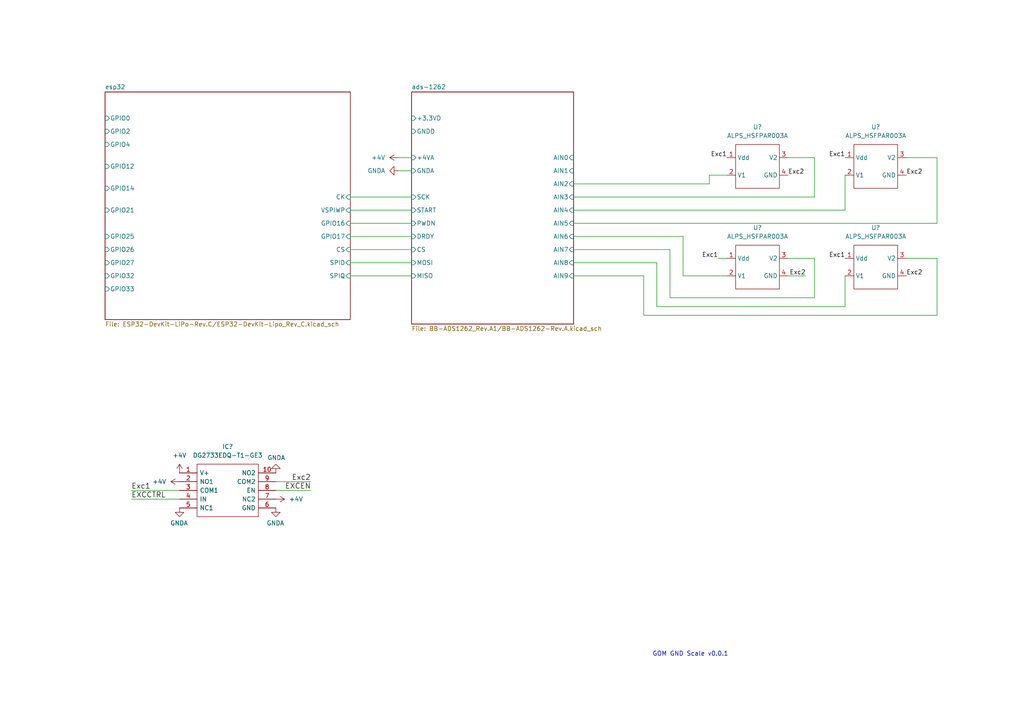
<source format=kicad_sch>
(kicad_sch (version 20211123) (generator eeschema)
  (paper "A4")
  (lib_symbols
    (symbol "BB-ADS1262-Rev.A:GNDA" (power) (pin_names (offset 0))
      (property "Value" "GNDA" (at 0 -3.81 0))
      (symbol "GNDA_0_1"
        (polyline (pts (xy 0 0) (xy 0 -1.27) (xy 1.27 -1.27) (xy 0 -2.54) (xy -1.27 -1.27) (xy 0 -1.27)))
      )
      (symbol "GNDA_1_1"
        (pin power_in line (at 0 0 270) (length 0) hide (name "GNDA") (number "1"))
      )
    )
    (symbol "DG2733EDQ-T1-GE3:DG2733EDQ-T1-GE3" (pin_names (offset 0.762))
      (property "Reference" "IC" (at 24.13 7.62 0))
      (property "Value" "DG2733EDQ-T1-GE3" (at 24.13 5.08 0))
      (symbol "DG2733EDQ-T1-GE3_0_0"
        (pin passive line (at 0 0 0) (length 5.08) (name "V+") (number "1"))
        (pin passive line (at 27.94 0 180) (length 5.08) (name "NO2") (number "10"))
        (pin passive line (at 0 -2.54 0) (length 5.08) (name "NO1") (number "2"))
        (pin passive line (at 0 -5.08 0) (length 5.08) (name "COM1") (number "3"))
        (pin passive line (at 0 -7.62 0) (length 5.08) (name "IN") (number "4"))
        (pin passive line (at 0 -10.16 0) (length 5.08) (name "NC1") (number "5"))
        (pin passive line (at 27.94 -10.16 180) (length 5.08) (name "GND") (number "6"))
        (pin passive line (at 27.94 -7.62 180) (length 5.08) (name "NC2") (number "7"))
        (pin passive line (at 27.94 -5.08 180) (length 5.08) (name "EN") (number "8"))
        (pin passive line (at 27.94 -2.54 180) (length 5.08) (name "COM2") (number "9"))
      )
      (symbol "DG2733EDQ-T1-GE3_0_1"
        (polyline (pts (xy 5.08 2.54) (xy 22.86 2.54) (xy 22.86 -12.7) (xy 5.08 -12.7) (xy 5.08 2.54)) (stroke (width 0.1524)))
      )
    )
    (symbol "Library:ALPS_HSFPAR003A"
      (property "Reference" "U" (at 6.35 3.81 0))
      (property "Value" "ALPS_HSFPAR003A" (at 6.35 1.27 0))
      (symbol "ALPS_HSFPAR003A_0_1"
        (rectangle (start 0 0) (end 12.7 -12.7))
      )
      (symbol "ALPS_HSFPAR003A_1_1"
        (pin bidirectional line (at -2.54 -3.81 0) (length 2.54) (name "Vdd") (number "1"))
        (pin power_in line (at -2.54 -8.89 0) (length 2.54) (name "V1") (number "2"))
        (pin bidirectional line (at 15.24 -3.81 180) (length 2.54) (name "V2") (number "3"))
        (pin power_in line (at 15.24 -8.89 180) (length 2.54) (name "GND") (number "4"))
      )
    )
    (symbol "power:+4VA" (power) (pin_names (offset 0))
      (property "Value" "+4VA" (at 0 3.556 0))
      (symbol "+4VA_0_1"
        (polyline (pts (xy -0.762 1.27) (xy 0 2.54)))
        (polyline (pts (xy 0 0) (xy 0 2.54)))
        (polyline (pts (xy 0 2.54) (xy 0.762 1.27)))
      )
      (symbol "+4VA_1_1"
        (pin power_in line (at 0 0 90) (length 0) hide (name "+4V") (number "1"))
      )
    )
    (symbol "power:GNDA" (power) (pin_names (offset 0))
      (property "Value" "GNDA" (at 0 -3.81 0))
      (symbol "GNDA_0_1"
        (polyline (pts (xy 0 0) (xy 0 -1.27) (xy 1.27 -1.27) (xy 0 -2.54) (xy -1.27 -1.27) (xy 0 -1.27)))
      )
      (symbol "GNDA_1_1"
        (pin power_in line (at 0 0 270) (length 0) hide (name "GNDA") (number "1"))
      )
    )
  )
  (wire (pts (xy 101.6 60.96) (xy 119.38 60.96)))
  (wire (pts (xy 38.1 142.24) (xy 52.07 142.24)))
  (wire (pts (xy 245.11 80.01) (xy 245.11 88.9)))
  (wire (pts (xy 80.01 139.7) (xy 90.17 139.7)))
  (wire (pts (xy 198.12 68.58) (xy 166.37 68.58)))
  (wire (pts (xy 228.6 45.72) (xy 236.22 45.72)))
  (wire (pts (xy 210.82 80.01) (xy 198.12 80.01)))
  (wire (pts (xy 262.89 74.93) (xy 271.78 74.93)))
  (wire (pts (xy 115.57 49.53) (xy 119.38 49.53)))
  (wire (pts (xy 245.11 60.96) (xy 166.37 60.96)))
  (wire (pts (xy 205.74 53.34) (xy 166.37 53.34)))
  (wire (pts (xy 190.5 88.9) (xy 190.5 76.2)))
  (wire (pts (xy 208.28 74.93) (xy 210.82 74.93)))
  (wire (pts (xy 271.78 64.77) (xy 166.37 64.77)))
  (wire (pts (xy 190.5 76.2) (xy 166.37 76.2)))
  (wire (pts (xy 271.78 45.72) (xy 271.78 64.77)))
  (wire (pts (xy 205.74 50.8) (xy 205.74 53.34)))
  (wire (pts (xy 228.6 74.93) (xy 236.22 74.93)))
  (wire (pts (xy 101.6 72.39) (xy 119.38 72.39)))
  (wire (pts (xy 271.78 74.93) (xy 271.78 91.44)))
  (wire (pts (xy 245.11 50.8) (xy 245.11 60.96)))
  (wire (pts (xy 186.69 80.01) (xy 166.37 80.01)))
  (wire (pts (xy 101.6 57.15) (xy 119.38 57.15)))
  (wire (pts (xy 101.6 68.58) (xy 119.38 68.58)))
  (wire (pts (xy 101.6 80.01) (xy 119.38 80.01)))
  (wire (pts (xy 186.69 91.44) (xy 186.69 80.01)))
  (wire (pts (xy 262.89 45.72) (xy 271.78 45.72)))
  (wire (pts (xy 194.31 86.36) (xy 194.31 72.39)))
  (wire (pts (xy 101.6 76.2) (xy 119.38 76.2)))
  (wire (pts (xy 115.57 45.72) (xy 119.38 45.72)))
  (wire (pts (xy 101.6 64.77) (xy 119.38 64.77)))
  (wire (pts (xy 38.1 144.78) (xy 52.07 144.78)))
  (wire (pts (xy 80.01 142.24) (xy 90.17 142.24)))
  (wire (pts (xy 245.11 88.9) (xy 190.5 88.9)))
  (wire (pts (xy 228.6 80.01) (xy 233.68 80.01)))
  (wire (pts (xy 236.22 45.72) (xy 236.22 57.15)))
  (wire (pts (xy 210.82 50.8) (xy 205.74 50.8)))
  (wire (pts (xy 166.37 72.39) (xy 194.31 72.39)))
  (wire (pts (xy 271.78 91.44) (xy 186.69 91.44)))
  (wire (pts (xy 236.22 86.36) (xy 194.31 86.36)))
  (wire (pts (xy 236.22 74.93) (xy 236.22 86.36)))
  (wire (pts (xy 198.12 80.01) (xy 198.12 68.58)))
  (wire (pts (xy 236.22 57.15) (xy 166.37 57.15)))
  (text "GOM GND Scale v0.0.1\n" (at 189.23 190.5 0) (effects (font (size 1.27 1.27)) (justify left bottom)))
  (label "EXCCTRL" (at 38.1 144.78 0) (effects (font (size 1.524 1.524))))
  (label "Exc2" (at 262.89 80.01 0))
  (label "Exc2" (at 233.68 80.01 180))
  (label "Exc1" (at 210.82 45.72 180))
  (label "EXCEN" (at 90.17 142.24 180) (effects (font (size 1.524 1.524))))
  (label "Exc2" (at 228.6 50.8 0))
  (label "Exc2" (at 90.17 139.7 180) (effects (font (size 1.524 1.524))))
  (label "Exc2" (at 262.89 50.8 0))
  (label "Exc1" (at 245.11 74.93 180))
  (label "Exc1" (at 38.1 142.24 0) (effects (font (size 1.524 1.524))))
  (label "Exc1" (at 245.11 45.72 180))
  (label "Exc1" (at 208.28 74.93 180))
  (symbol (lib_id "Library:ALPS_HSFPAR003A") (at 213.36 41.91 0) (unit 1)
    (property "Reference" "U?" (at 219.71 36.83 0))
    (property "Value" "ALPS_HSFPAR003A" (at 219.71 39.37 0))
  )
  (symbol (lib_id "Library:ALPS_HSFPAR003A") (at 247.65 41.91 0) (unit 1)
    (property "Reference" "U?" (at 254 36.83 0))
    (property "Value" "ALPS_HSFPAR003A" (at 254 39.37 0))
  )
  (symbol (lib_id "power:+4VA") (at 52.07 139.7 90) (unit 1)
    (property "Reference" "#PWR?" (effects hide))
    (property "Value" "+4VA" (at 48.26 139.6999 90) (effects (justify left)))
  )
  (symbol (lib_id "DG2733EDQ-T1-GE3:DG2733EDQ-T1-GE3") (at 52.07 137.16 0) (unit 1)
    (property "Reference" "IC?" (at 66.04 129.54 0))
    (property "Value" "DG2733EDQ-T1-GE3" (at 66.04 132.08 0))
    (property "Footprint" "SOP50P490X110-10N" (effects hide))
    (property "Datasheet" "https://www.mouser.com/datasheet/2/427/dg2535e_dg2733e-1108706.pdf" (effects hide))
    (property "Description" "Analog Switch ICs" (effects hide))
    (property "Height" "1.1" (effects hide))
    (property "Manufacturer_Name" "Vishay" (effects hide))
    (property "Manufacturer_Part_Number" "DG2733EDQ-T1-GE3" (effects hide))
    (property "Mouser Part Number" "78-DG2733EDQ-T1-GE3" (effects hide))
    (property "Mouser Price/Stock" "https://www.mouser.co.uk/ProductDetail/Vishay-Siliconix/DG2733EDQ-T1-GE3?qs=fA06TrWLL4ck7gB%2F0Ro2Ig%3D%3D" (effects hide))
    (property "Arrow Part Number" "DG2733EDQ-T1-GE3" (effects hide))
    (property "Arrow Price/Stock" "https://www.arrow.com/en/products/dg2733edq-t1-ge3/vishay" (effects hide))
  )
  (symbol (lib_id "BB-ADS1262-Rev.A:GNDA") (at 80.01 137.16 0) (mirror x) (unit 1)
    (property "Reference" "#PWR?" (effects hide))
    (property "Value" "GNDA" (at 80.137 132.7658 0))
  )
  (symbol (lib_id "BB-ADS1262-Rev.A:GNDA") (at 80.01 147.32 0) (mirror y) (unit 1)
    (property "Reference" "#PWR?" (effects hide))
    (property "Value" "GNDA" (at 79.883 151.7142 0))
  )
  (symbol (lib_id "Library:ALPS_HSFPAR003A") (at 247.65 71.12 0) (unit 1)
    (property "Reference" "U?" (at 254 66.04 0))
    (property "Value" "ALPS_HSFPAR003A" (at 254 68.58 0))
  )
  (symbol (lib_id "power:+4VA") (at 80.01 144.78 270) (unit 1)
    (property "Reference" "#PWR?" (effects hide))
    (property "Value" "+4VA" (at 83.82 144.7799 90) (effects (justify left)))
  )
  (symbol (lib_id "power:+4VA") (at 115.57 45.72 90) (unit 1)
    (property "Reference" "#PWR?" (effects hide))
    (property "Value" "+4VA" (at 111.76 45.7199 90) (effects (justify left)))
  )
  (symbol (lib_id "BB-ADS1262-Rev.A:GNDA") (at 52.07 147.32 0) (mirror y) (unit 1)
    (property "Reference" "#PWR?" (effects hide))
    (property "Value" "GNDA" (at 51.943 151.7142 0))
  )
  (symbol (lib_id "Library:ALPS_HSFPAR003A") (at 213.36 71.12 0) (unit 1)
    (property "Reference" "U?" (at 219.71 66.04 0))
    (property "Value" "ALPS_HSFPAR003A" (at 219.71 68.58 0))
  )
  (symbol (lib_id "power:+4VA") (at 52.07 137.16 0) (unit 1)
    (property "Reference" "#PWR?" (effects hide))
    (property "Value" "+4VA" (at 52.07 132.08 0))
  )
  (symbol (lib_id "power:GNDA") (at 115.57 49.53 270) (unit 1)
    (property "Reference" "#PWR?" (effects hide))
    (property "Value" "GNDA" (at 111.76 49.5299 90) (effects (justify right)))
  )
  (sheet (at 119.38 26.67) (size 46.99 67.31) (stroke (width 0.1524))
    (property "Sheet name" "ads-1262" (at 119.38 25.9584 0) (effects (justify left bottom)))
    (property "Sheet file" "BB-ADS1262_Rev.A1/BB-ADS1262-Rev.A.kicad_sch" (at 119.38 94.5646 0) (effects (justify left top)))
    (pin "AIN0" input (at 166.37 45.72 0))
    (pin "AIN1" input (at 166.37 49.53 0))
    (pin "AIN2" input (at 166.37 53.34 0))
    (pin "AIN3" input (at 166.37 57.15 0))
    (pin "AIN4" input (at 166.37 60.96 0))
    (pin "AIN5" input (at 166.37 64.77 0))
    (pin "AIN6" input (at 166.37 68.58 0))
    (pin "AIN7" input (at 166.37 72.39 0))
    (pin "AIN8" input (at 166.37 76.2 0))
    (pin "DRDY" input (at 119.38 68.58 180))
    (pin "START" input (at 119.38 60.96 180))
    (pin "+3.3VD" input (at 119.38 34.29 180))
    (pin "CS" input (at 119.38 72.39 180))
    (pin "AIN9" input (at 166.37 80.01 0))
    (pin "PWDN" input (at 119.38 64.77 180))
    (pin "GNDD" input (at 119.38 38.1 180))
    (pin "MOSI" input (at 119.38 76.2 180))
    (pin "MISO" input (at 119.38 80.01 180))
    (pin "SCK" input (at 119.38 57.15 180))
    (pin "GNDA" input (at 119.38 49.53 180))
    (pin "+4VA" input (at 119.38 45.72 180))
  )
  (sheet (at 30.48 26.67) (size 71.12 66.04) (stroke (width 0.1524))
    (property "Sheet name" "esp32" (at 30.48 25.9584 0) (effects (justify left bottom)))
    (property "Sheet file" "ESP32-DevKit-LiPo-Rev.C/ESP32-DevKit-Lipo_Rev_C.kicad_sch" (at 30.48 93.2946 0) (effects (justify left top)))
    (pin "VSPIWP" input (at 101.6 60.96 0))
    (pin "SPID" input (at 101.6 76.2 0))
    (pin "SPIQ" input (at 101.6 80.01 0))
    (pin "CK" input (at 101.6 57.15 0))
    (pin "CS" input (at 101.6 72.39 0))
    (pin "GPIO17" input (at 101.6 68.58 0))
    (pin "GPIO16" input (at 101.6 64.77 0))
    (pin "GPIO21" input (at 30.48 60.96 180))
    (pin "GPIO4" input (at 30.48 41.91 180))
    (pin "GPIO0" input (at 30.48 34.29 180))
    (pin "GPIO2" input (at 30.48 38.1 180))
    (pin "GPIO12" input (at 30.48 48.26 180))
    (pin "GPIO14" input (at 30.48 54.61 180))
    (pin "GPIO27" input (at 30.48 76.2 180))
    (pin "GPIO26" input (at 30.48 72.39 180))
    (pin "GPIO25" input (at 30.48 68.58 180))
    (pin "GPIO33" input (at 30.48 83.82 180))
    (pin "GPIO32" input (at 30.48 80.01 180))
  )
)
</source>
